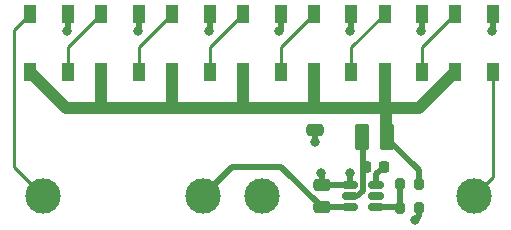
<source format=gtl>
G04 #@! TF.GenerationSoftware,KiCad,Pcbnew,(6.0.2)*
G04 #@! TF.CreationDate,2022-12-18T22:11:01-08:00*
G04 #@! TF.ProjectId,rgb-led-board,7267622d-6c65-4642-9d62-6f6172642e6b,rev?*
G04 #@! TF.SameCoordinates,Original*
G04 #@! TF.FileFunction,Copper,L1,Top*
G04 #@! TF.FilePolarity,Positive*
%FSLAX46Y46*%
G04 Gerber Fmt 4.6, Leading zero omitted, Abs format (unit mm)*
G04 Created by KiCad (PCBNEW (6.0.2)) date 2022-12-18 22:11:01*
%MOMM*%
%LPD*%
G01*
G04 APERTURE LIST*
G04 Aperture macros list*
%AMRoundRect*
0 Rectangle with rounded corners*
0 $1 Rounding radius*
0 $2 $3 $4 $5 $6 $7 $8 $9 X,Y pos of 4 corners*
0 Add a 4 corners polygon primitive as box body*
4,1,4,$2,$3,$4,$5,$6,$7,$8,$9,$2,$3,0*
0 Add four circle primitives for the rounded corners*
1,1,$1+$1,$2,$3*
1,1,$1+$1,$4,$5*
1,1,$1+$1,$6,$7*
1,1,$1+$1,$8,$9*
0 Add four rect primitives between the rounded corners*
20,1,$1+$1,$2,$3,$4,$5,0*
20,1,$1+$1,$4,$5,$6,$7,0*
20,1,$1+$1,$6,$7,$8,$9,0*
20,1,$1+$1,$8,$9,$2,$3,0*%
G04 Aperture macros list end*
G04 #@! TA.AperFunction,SMDPad,CuDef*
%ADD10RoundRect,0.250000X-0.475000X0.250000X-0.475000X-0.250000X0.475000X-0.250000X0.475000X0.250000X0*%
G04 #@! TD*
G04 #@! TA.AperFunction,SMDPad,CuDef*
%ADD11RoundRect,0.150000X-0.512500X-0.150000X0.512500X-0.150000X0.512500X0.150000X-0.512500X0.150000X0*%
G04 #@! TD*
G04 #@! TA.AperFunction,SMDPad,CuDef*
%ADD12RoundRect,0.200000X-0.200000X-0.275000X0.200000X-0.275000X0.200000X0.275000X-0.200000X0.275000X0*%
G04 #@! TD*
G04 #@! TA.AperFunction,SMDPad,CuDef*
%ADD13RoundRect,0.200000X0.200000X0.275000X-0.200000X0.275000X-0.200000X-0.275000X0.200000X-0.275000X0*%
G04 #@! TD*
G04 #@! TA.AperFunction,SMDPad,CuDef*
%ADD14RoundRect,0.250000X-0.375000X-0.850000X0.375000X-0.850000X0.375000X0.850000X-0.375000X0.850000X0*%
G04 #@! TD*
G04 #@! TA.AperFunction,ComponentPad*
%ADD15C,3.000000*%
G04 #@! TD*
G04 #@! TA.AperFunction,SMDPad,CuDef*
%ADD16R,1.000000X1.500000*%
G04 #@! TD*
G04 #@! TA.AperFunction,SMDPad,CuDef*
%ADD17RoundRect,0.250000X0.475000X-0.250000X0.475000X0.250000X-0.475000X0.250000X-0.475000X-0.250000X0*%
G04 #@! TD*
G04 #@! TA.AperFunction,SMDPad,CuDef*
%ADD18RoundRect,0.225000X-0.225000X-0.250000X0.225000X-0.250000X0.225000X0.250000X-0.225000X0.250000X0*%
G04 #@! TD*
G04 #@! TA.AperFunction,ViaPad*
%ADD19C,0.800000*%
G04 #@! TD*
G04 #@! TA.AperFunction,Conductor*
%ADD20C,0.500000*%
G04 #@! TD*
G04 #@! TA.AperFunction,Conductor*
%ADD21C,1.000000*%
G04 #@! TD*
G04 #@! TA.AperFunction,Conductor*
%ADD22C,0.250000*%
G04 #@! TD*
G04 APERTURE END LIST*
D10*
X113000000Y-24500000D03*
X113000000Y-26400000D03*
D11*
X115937500Y-31050000D03*
X115937500Y-32000000D03*
X115937500Y-32950000D03*
X118212500Y-32950000D03*
X118212500Y-32000000D03*
X118212500Y-31050000D03*
D12*
X121825000Y-33000000D03*
X120175000Y-33000000D03*
D13*
X120175000Y-31000000D03*
X121825000Y-31000000D03*
D14*
X117000000Y-27000000D03*
X119150000Y-27000000D03*
D15*
X126500000Y-32000000D03*
X90000000Y-32000000D03*
X108500000Y-32000000D03*
X103500000Y-32000000D03*
D16*
X124900000Y-21450000D03*
X128100000Y-21450000D03*
X128100000Y-16550000D03*
X124900000Y-16550000D03*
X118900000Y-21450000D03*
X122100000Y-21450000D03*
X122100000Y-16550000D03*
X118900000Y-16550000D03*
X112900000Y-21450000D03*
X116100000Y-21450000D03*
X116100000Y-16550000D03*
X112900000Y-16550000D03*
X106900000Y-21450000D03*
X110100000Y-21450000D03*
X110100000Y-16550000D03*
X106900000Y-16550000D03*
X100900000Y-16550000D03*
X104100000Y-16550000D03*
X104100000Y-21450000D03*
X100900000Y-21450000D03*
X94900000Y-16550000D03*
X98100000Y-16550000D03*
X98100000Y-21450000D03*
X94900000Y-21450000D03*
X88900000Y-16550000D03*
X92100000Y-16550000D03*
X92100000Y-21450000D03*
X88900000Y-21450000D03*
D17*
X113575000Y-32950000D03*
X113575000Y-31050000D03*
D18*
X117300000Y-29500000D03*
X118850000Y-29500000D03*
D19*
X121500000Y-34000000D03*
X113000000Y-27450000D03*
X92000000Y-18000000D03*
X98000000Y-18000000D03*
X104000000Y-18000000D03*
X110000000Y-18000000D03*
X116000000Y-18000000D03*
X122000000Y-18000000D03*
X128000000Y-18000000D03*
X113500000Y-30000000D03*
X116000000Y-30000000D03*
D20*
X121825000Y-29825000D02*
X121825000Y-31000000D01*
X119150000Y-27150000D02*
X121825000Y-29825000D01*
X117049520Y-27049520D02*
X117000000Y-27000000D01*
X117049520Y-29525480D02*
X117049520Y-27049520D01*
D21*
X119000000Y-26850000D02*
X119150000Y-27000000D01*
D20*
X119150000Y-27000000D02*
X119150000Y-27150000D01*
D21*
X119000000Y-24500000D02*
X119000000Y-26850000D01*
D22*
X87500000Y-17950000D02*
X87500000Y-29500000D01*
X88900000Y-16550000D02*
X87500000Y-17950000D01*
X87500000Y-29500000D02*
X90000000Y-32000000D01*
X128100000Y-30400000D02*
X126500000Y-32000000D01*
X128100000Y-21450000D02*
X128100000Y-30400000D01*
D20*
X121825000Y-33000000D02*
X121825000Y-33675000D01*
X121825000Y-33675000D02*
X121500000Y-34000000D01*
X120175000Y-33000000D02*
X120175000Y-31000000D01*
X120125000Y-32950000D02*
X120175000Y-33000000D01*
X118212500Y-32950000D02*
X120125000Y-32950000D01*
X113000000Y-26400000D02*
X113000000Y-27450000D01*
X92100000Y-16550000D02*
X92100000Y-17900000D01*
X92100000Y-17900000D02*
X92000000Y-18000000D01*
X98100000Y-17900000D02*
X98000000Y-18000000D01*
X98100000Y-16550000D02*
X98100000Y-17900000D01*
X104100000Y-17900000D02*
X104000000Y-18000000D01*
X104100000Y-16550000D02*
X104100000Y-17900000D01*
X110100000Y-17900000D02*
X110000000Y-18000000D01*
X110100000Y-16550000D02*
X110100000Y-17900000D01*
X116100000Y-17900000D02*
X116000000Y-18000000D01*
X116100000Y-16550000D02*
X116100000Y-17900000D01*
X122100000Y-17900000D02*
X122000000Y-18000000D01*
X122100000Y-16550000D02*
X122100000Y-17900000D01*
X128100000Y-17900000D02*
X128000000Y-18000000D01*
X128100000Y-16550000D02*
X128100000Y-17900000D01*
X113575000Y-30075000D02*
X113500000Y-30000000D01*
X113575000Y-31050000D02*
X113575000Y-30075000D01*
X115937500Y-30062500D02*
X116000000Y-30000000D01*
X115937500Y-31050000D02*
X115937500Y-30062500D01*
X106000000Y-29500000D02*
X103500000Y-32000000D01*
X113575000Y-32950000D02*
X110125000Y-29500000D01*
X110125000Y-29500000D02*
X106000000Y-29500000D01*
D21*
X118900000Y-24400000D02*
X119000000Y-24500000D01*
X118900000Y-21450000D02*
X118900000Y-24400000D01*
X112900000Y-21450000D02*
X112900000Y-24400000D01*
X113000000Y-24500000D02*
X119000000Y-24500000D01*
X112900000Y-24400000D02*
X113000000Y-24500000D01*
X107000000Y-24500000D02*
X113000000Y-24500000D01*
X106900000Y-24400000D02*
X107000000Y-24500000D01*
X106900000Y-21450000D02*
X106900000Y-24400000D01*
X101000000Y-24500000D02*
X107000000Y-24500000D01*
X100900000Y-24400000D02*
X101000000Y-24500000D01*
X100900000Y-21450000D02*
X100900000Y-24400000D01*
X95000000Y-24500000D02*
X101000000Y-24500000D01*
X94900000Y-24400000D02*
X95000000Y-24500000D01*
X94900000Y-21450000D02*
X94900000Y-24400000D01*
X91950000Y-24500000D02*
X95000000Y-24500000D01*
X119000000Y-24500000D02*
X121850000Y-24500000D01*
X121850000Y-24500000D02*
X124900000Y-21450000D01*
X88900000Y-21450000D02*
X91950000Y-24500000D01*
D22*
X122100000Y-19350000D02*
X124900000Y-16550000D01*
X122100000Y-21450000D02*
X122100000Y-19350000D01*
X116100000Y-19350000D02*
X118900000Y-16550000D01*
X116100000Y-21450000D02*
X116100000Y-19350000D01*
X110100000Y-19350000D02*
X112900000Y-16550000D01*
X110100000Y-21450000D02*
X110100000Y-19350000D01*
X104100000Y-19350000D02*
X106900000Y-16550000D01*
X104100000Y-21450000D02*
X104100000Y-19350000D01*
X98100000Y-21450000D02*
X98100000Y-19350000D01*
X98100000Y-19350000D02*
X100900000Y-16550000D01*
X92100000Y-19350000D02*
X94900000Y-16550000D01*
X92100000Y-21450000D02*
X92100000Y-19350000D01*
D20*
X117075000Y-29500000D02*
X117049520Y-29525480D01*
X117049520Y-31525480D02*
X117049520Y-29525480D01*
X117300000Y-29500000D02*
X117075000Y-29500000D01*
X118212500Y-31050000D02*
X118212500Y-30137500D01*
X118212500Y-30137500D02*
X118850000Y-29500000D01*
X115937500Y-32950000D02*
X113575000Y-32950000D01*
X115937500Y-31050000D02*
X113575000Y-31050000D01*
X116575000Y-32000000D02*
X117049520Y-31525480D01*
X115937500Y-32000000D02*
X116575000Y-32000000D01*
M02*

</source>
